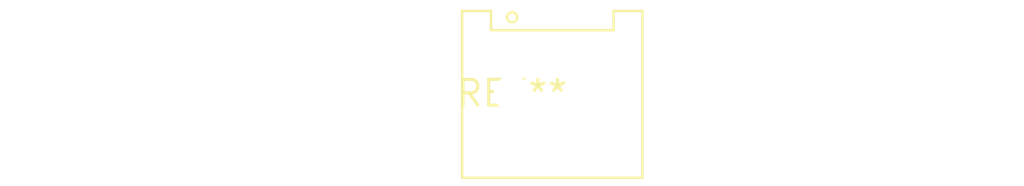
<source format=kicad_pcb>
(kicad_pcb (version 20240108) (generator pcbnew)
  (layers (0 "F.Cu" signal) (31 "B.Cu" signal) (34 "B.Paste" user) (35 "F.Paste" user) (36 "B.SilkS" user "B.Silkscreen") (37 "F.SilkS" user "F.Silkscreen") (38 "B.Mask" user) (39 "F.Mask" user) (44 "Edge.Cuts" user))
  (net 0 "")
  (footprint "Hirose_DF63M-2P-3.96DSA_1x02_P3.96mm_Vertical" (layer "F.Cu") (at 0 0)
    (property "Reference" "REF**")
    (property "Value" "Hirose_DF63M-2P-3.96DSA_1x02_P3.96mm_Vertical")
    (fp_line (start -2.46 -4.06) (end -1.04 -4.06) (layer "F.SilkS") (stroke (width 0.12)))
    (fp_line (start -2.46 4.16) (end -2.46 -4.06) (layer "F.SilkS") (stroke (width 0.12)))
    (fp_line (start -1.04 -4.06) (end -1.04 -3.11) (layer "F.SilkS") (stroke (width 0.12)))
    (fp_line (start -1.04 -3.11) (end 1.98 -3.11) (layer "F.SilkS") (stroke (width 0.12)))
    (fp_line (start 1.98 4.16) (end -2.46 4.16) (layer "F.SilkS") (stroke (width 0.12)))
    (fp_line (start 1.98 4.16) (end 6.42 4.16) (layer "F.SilkS") (stroke (width 0.12)))
    (fp_line (start 5 -4.06) (end 5 -3.11) (layer "F.SilkS") (stroke (width 0.12)))
    (fp_line (start 5 -3.11) (end 1.98 -3.11) (layer "F.SilkS") (stroke (width 0.12)))
    (fp_line (start 6.42 -4.06) (end 5 -4.06) (layer "F.SilkS") (stroke (width 0.12)))
    (fp_line (start 6.42 4.16) (end 6.42 -4.06) (layer "F.SilkS") (stroke (width 0.12)))
    (fp_circle (center 0 -3.75) (end 0.25 -3.75) (layer "F.SilkS") (stroke (width 0.12)) (fill none))
    (pad "" np_thru_hole circle (at -1.5 3.25) (size 1.6 1.6) (drill 1.6) (layers *.Cu *.Mask))
    (pad "1" thru_hole roundrect (at 0 0) (size 2.46 2.8) (drill 1.8) (layers *.Cu *.Mask) (remove_unused_layers) (roundrect_rratio 0.101626))
    (pad "2" thru_hole oval (at 3.96 0) (size 2.46 2.8) (drill 1.8) (layers *.Cu *.Mask) (remove_unused_layers))
  )
)
</source>
